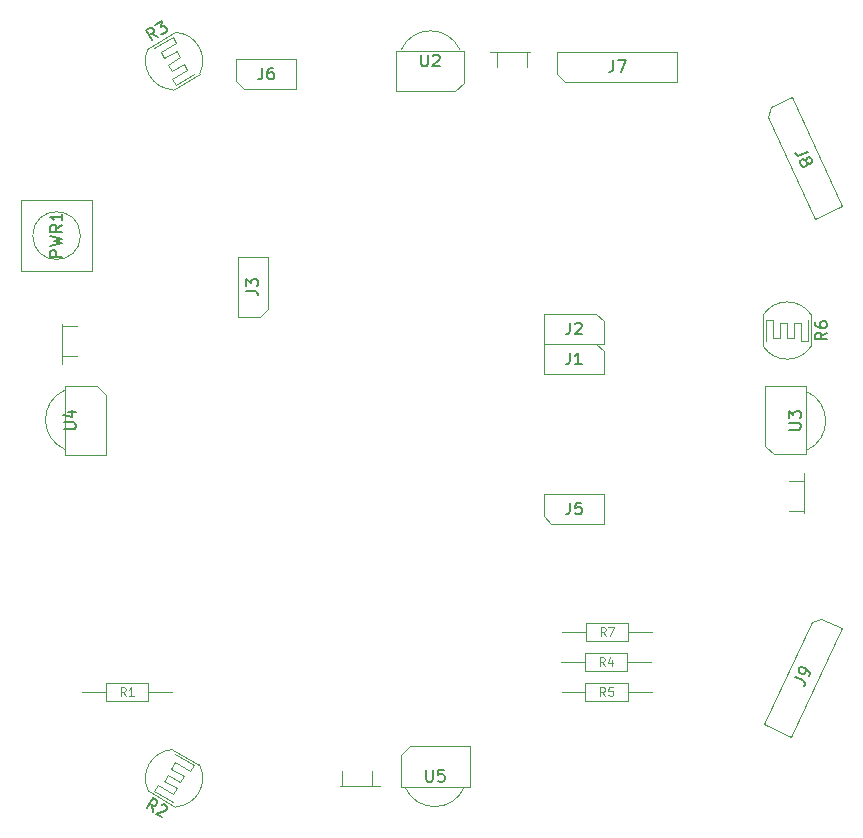
<source format=gbr>
G04 #@! TF.GenerationSoftware,KiCad,Pcbnew,7.0.11-7.0.11~ubuntu20.04.1*
G04 #@! TF.CreationDate,2024-03-27T14:10:52+00:00*
G04 #@! TF.ProjectId,Swarm-B_20230626,53776172-6d2d-4425-9f32-303233303632,rev?*
G04 #@! TF.SameCoordinates,Original*
G04 #@! TF.FileFunction,AssemblyDrawing,Top*
%FSLAX46Y46*%
G04 Gerber Fmt 4.6, Leading zero omitted, Abs format (unit mm)*
G04 Created by KiCad (PCBNEW 7.0.11-7.0.11~ubuntu20.04.1) date 2024-03-27 14:10:52*
%MOMM*%
%LPD*%
G01*
G04 APERTURE LIST*
%ADD10C,0.150000*%
%ADD11C,0.108000*%
%ADD12C,0.100000*%
G04 APERTURE END LIST*
D10*
X87620819Y-95094904D02*
X88430342Y-95094904D01*
X88430342Y-95094904D02*
X88525580Y-95047285D01*
X88525580Y-95047285D02*
X88573200Y-94999666D01*
X88573200Y-94999666D02*
X88620819Y-94904428D01*
X88620819Y-94904428D02*
X88620819Y-94713952D01*
X88620819Y-94713952D02*
X88573200Y-94618714D01*
X88573200Y-94618714D02*
X88525580Y-94571095D01*
X88525580Y-94571095D02*
X88430342Y-94523476D01*
X88430342Y-94523476D02*
X87620819Y-94523476D01*
X87954152Y-93618714D02*
X88620819Y-93618714D01*
X87573200Y-93856809D02*
X88287485Y-94094904D01*
X88287485Y-94094904D02*
X88287485Y-93475857D01*
X103048819Y-83391333D02*
X103763104Y-83391333D01*
X103763104Y-83391333D02*
X103905961Y-83438952D01*
X103905961Y-83438952D02*
X104001200Y-83534190D01*
X104001200Y-83534190D02*
X104048819Y-83677047D01*
X104048819Y-83677047D02*
X104048819Y-83772285D01*
X103048819Y-83010380D02*
X103048819Y-82391333D01*
X103048819Y-82391333D02*
X103429771Y-82724666D01*
X103429771Y-82724666D02*
X103429771Y-82581809D01*
X103429771Y-82581809D02*
X103477390Y-82486571D01*
X103477390Y-82486571D02*
X103525009Y-82438952D01*
X103525009Y-82438952D02*
X103620247Y-82391333D01*
X103620247Y-82391333D02*
X103858342Y-82391333D01*
X103858342Y-82391333D02*
X103953580Y-82438952D01*
X103953580Y-82438952D02*
X104001200Y-82486571D01*
X104001200Y-82486571D02*
X104048819Y-82581809D01*
X104048819Y-82581809D02*
X104048819Y-82867523D01*
X104048819Y-82867523D02*
X104001200Y-82962761D01*
X104001200Y-82962761D02*
X103953580Y-83010380D01*
X152218819Y-86914666D02*
X151742628Y-87247999D01*
X152218819Y-87486094D02*
X151218819Y-87486094D01*
X151218819Y-87486094D02*
X151218819Y-87105142D01*
X151218819Y-87105142D02*
X151266438Y-87009904D01*
X151266438Y-87009904D02*
X151314057Y-86962285D01*
X151314057Y-86962285D02*
X151409295Y-86914666D01*
X151409295Y-86914666D02*
X151552152Y-86914666D01*
X151552152Y-86914666D02*
X151647390Y-86962285D01*
X151647390Y-86962285D02*
X151695009Y-87009904D01*
X151695009Y-87009904D02*
X151742628Y-87105142D01*
X151742628Y-87105142D02*
X151742628Y-87486094D01*
X151218819Y-86057523D02*
X151218819Y-86247999D01*
X151218819Y-86247999D02*
X151266438Y-86343237D01*
X151266438Y-86343237D02*
X151314057Y-86390856D01*
X151314057Y-86390856D02*
X151456914Y-86486094D01*
X151456914Y-86486094D02*
X151647390Y-86533713D01*
X151647390Y-86533713D02*
X152028342Y-86533713D01*
X152028342Y-86533713D02*
X152123580Y-86486094D01*
X152123580Y-86486094D02*
X152171200Y-86438475D01*
X152171200Y-86438475D02*
X152218819Y-86343237D01*
X152218819Y-86343237D02*
X152218819Y-86152761D01*
X152218819Y-86152761D02*
X152171200Y-86057523D01*
X152171200Y-86057523D02*
X152123580Y-86009904D01*
X152123580Y-86009904D02*
X152028342Y-85962285D01*
X152028342Y-85962285D02*
X151790247Y-85962285D01*
X151790247Y-85962285D02*
X151695009Y-86009904D01*
X151695009Y-86009904D02*
X151647390Y-86057523D01*
X151647390Y-86057523D02*
X151599771Y-86152761D01*
X151599771Y-86152761D02*
X151599771Y-86343237D01*
X151599771Y-86343237D02*
X151647390Y-86438475D01*
X151647390Y-86438475D02*
X151695009Y-86486094D01*
X151695009Y-86486094D02*
X151790247Y-86533713D01*
X130476666Y-101308819D02*
X130476666Y-102023104D01*
X130476666Y-102023104D02*
X130429047Y-102165961D01*
X130429047Y-102165961D02*
X130333809Y-102261200D01*
X130333809Y-102261200D02*
X130190952Y-102308819D01*
X130190952Y-102308819D02*
X130095714Y-102308819D01*
X131429047Y-101308819D02*
X130952857Y-101308819D01*
X130952857Y-101308819D02*
X130905238Y-101785009D01*
X130905238Y-101785009D02*
X130952857Y-101737390D01*
X130952857Y-101737390D02*
X131048095Y-101689771D01*
X131048095Y-101689771D02*
X131286190Y-101689771D01*
X131286190Y-101689771D02*
X131381428Y-101737390D01*
X131381428Y-101737390D02*
X131429047Y-101785009D01*
X131429047Y-101785009D02*
X131476666Y-101880247D01*
X131476666Y-101880247D02*
X131476666Y-102118342D01*
X131476666Y-102118342D02*
X131429047Y-102213580D01*
X131429047Y-102213580D02*
X131381428Y-102261200D01*
X131381428Y-102261200D02*
X131286190Y-102308819D01*
X131286190Y-102308819D02*
X131048095Y-102308819D01*
X131048095Y-102308819D02*
X130952857Y-102261200D01*
X130952857Y-102261200D02*
X130905238Y-102213580D01*
X130476666Y-86068819D02*
X130476666Y-86783104D01*
X130476666Y-86783104D02*
X130429047Y-86925961D01*
X130429047Y-86925961D02*
X130333809Y-87021200D01*
X130333809Y-87021200D02*
X130190952Y-87068819D01*
X130190952Y-87068819D02*
X130095714Y-87068819D01*
X130905238Y-86164057D02*
X130952857Y-86116438D01*
X130952857Y-86116438D02*
X131048095Y-86068819D01*
X131048095Y-86068819D02*
X131286190Y-86068819D01*
X131286190Y-86068819D02*
X131381428Y-86116438D01*
X131381428Y-86116438D02*
X131429047Y-86164057D01*
X131429047Y-86164057D02*
X131476666Y-86259295D01*
X131476666Y-86259295D02*
X131476666Y-86354533D01*
X131476666Y-86354533D02*
X131429047Y-86497390D01*
X131429047Y-86497390D02*
X130857619Y-87068819D01*
X130857619Y-87068819D02*
X131476666Y-87068819D01*
X130476666Y-88608819D02*
X130476666Y-89323104D01*
X130476666Y-89323104D02*
X130429047Y-89465961D01*
X130429047Y-89465961D02*
X130333809Y-89561200D01*
X130333809Y-89561200D02*
X130190952Y-89608819D01*
X130190952Y-89608819D02*
X130095714Y-89608819D01*
X131476666Y-89608819D02*
X130905238Y-89608819D01*
X131190952Y-89608819D02*
X131190952Y-88608819D01*
X131190952Y-88608819D02*
X131095714Y-88751676D01*
X131095714Y-88751676D02*
X131000476Y-88846914D01*
X131000476Y-88846914D02*
X130905238Y-88894533D01*
D11*
X92844000Y-117675469D02*
X92604000Y-117332612D01*
X92432571Y-117675469D02*
X92432571Y-116955469D01*
X92432571Y-116955469D02*
X92706857Y-116955469D01*
X92706857Y-116955469D02*
X92775428Y-116989755D01*
X92775428Y-116989755D02*
X92809714Y-117024041D01*
X92809714Y-117024041D02*
X92844000Y-117092612D01*
X92844000Y-117092612D02*
X92844000Y-117195469D01*
X92844000Y-117195469D02*
X92809714Y-117264041D01*
X92809714Y-117264041D02*
X92775428Y-117298326D01*
X92775428Y-117298326D02*
X92706857Y-117332612D01*
X92706857Y-117332612D02*
X92432571Y-117332612D01*
X93529714Y-117675469D02*
X93118285Y-117675469D01*
X93324000Y-117675469D02*
X93324000Y-116955469D01*
X93324000Y-116955469D02*
X93255428Y-117058326D01*
X93255428Y-117058326D02*
X93186857Y-117126898D01*
X93186857Y-117126898D02*
X93118285Y-117161184D01*
X133454000Y-117675469D02*
X133214000Y-117332612D01*
X133042571Y-117675469D02*
X133042571Y-116955469D01*
X133042571Y-116955469D02*
X133316857Y-116955469D01*
X133316857Y-116955469D02*
X133385428Y-116989755D01*
X133385428Y-116989755D02*
X133419714Y-117024041D01*
X133419714Y-117024041D02*
X133454000Y-117092612D01*
X133454000Y-117092612D02*
X133454000Y-117195469D01*
X133454000Y-117195469D02*
X133419714Y-117264041D01*
X133419714Y-117264041D02*
X133385428Y-117298326D01*
X133385428Y-117298326D02*
X133316857Y-117332612D01*
X133316857Y-117332612D02*
X133042571Y-117332612D01*
X134105428Y-116955469D02*
X133762571Y-116955469D01*
X133762571Y-116955469D02*
X133728285Y-117298326D01*
X133728285Y-117298326D02*
X133762571Y-117264041D01*
X133762571Y-117264041D02*
X133831143Y-117229755D01*
X133831143Y-117229755D02*
X134002571Y-117229755D01*
X134002571Y-117229755D02*
X134071143Y-117264041D01*
X134071143Y-117264041D02*
X134105428Y-117298326D01*
X134105428Y-117298326D02*
X134139714Y-117366898D01*
X134139714Y-117366898D02*
X134139714Y-117538326D01*
X134139714Y-117538326D02*
X134105428Y-117606898D01*
X134105428Y-117606898D02*
X134071143Y-117641184D01*
X134071143Y-117641184D02*
X134002571Y-117675469D01*
X134002571Y-117675469D02*
X133831143Y-117675469D01*
X133831143Y-117675469D02*
X133762571Y-117641184D01*
X133762571Y-117641184D02*
X133728285Y-117606898D01*
D10*
X104428666Y-64478819D02*
X104428666Y-65193104D01*
X104428666Y-65193104D02*
X104381047Y-65335961D01*
X104381047Y-65335961D02*
X104285809Y-65431200D01*
X104285809Y-65431200D02*
X104142952Y-65478819D01*
X104142952Y-65478819D02*
X104047714Y-65478819D01*
X105333428Y-64478819D02*
X105142952Y-64478819D01*
X105142952Y-64478819D02*
X105047714Y-64526438D01*
X105047714Y-64526438D02*
X105000095Y-64574057D01*
X105000095Y-64574057D02*
X104904857Y-64716914D01*
X104904857Y-64716914D02*
X104857238Y-64907390D01*
X104857238Y-64907390D02*
X104857238Y-65288342D01*
X104857238Y-65288342D02*
X104904857Y-65383580D01*
X104904857Y-65383580D02*
X104952476Y-65431200D01*
X104952476Y-65431200D02*
X105047714Y-65478819D01*
X105047714Y-65478819D02*
X105238190Y-65478819D01*
X105238190Y-65478819D02*
X105333428Y-65431200D01*
X105333428Y-65431200D02*
X105381047Y-65383580D01*
X105381047Y-65383580D02*
X105428666Y-65288342D01*
X105428666Y-65288342D02*
X105428666Y-65050247D01*
X105428666Y-65050247D02*
X105381047Y-64955009D01*
X105381047Y-64955009D02*
X105333428Y-64907390D01*
X105333428Y-64907390D02*
X105238190Y-64859771D01*
X105238190Y-64859771D02*
X105047714Y-64859771D01*
X105047714Y-64859771D02*
X104952476Y-64907390D01*
X104952476Y-64907390D02*
X104904857Y-64955009D01*
X104904857Y-64955009D02*
X104857238Y-65050247D01*
X87458819Y-80517523D02*
X86458819Y-80517523D01*
X86458819Y-80517523D02*
X86458819Y-80136571D01*
X86458819Y-80136571D02*
X86506438Y-80041333D01*
X86506438Y-80041333D02*
X86554057Y-79993714D01*
X86554057Y-79993714D02*
X86649295Y-79946095D01*
X86649295Y-79946095D02*
X86792152Y-79946095D01*
X86792152Y-79946095D02*
X86887390Y-79993714D01*
X86887390Y-79993714D02*
X86935009Y-80041333D01*
X86935009Y-80041333D02*
X86982628Y-80136571D01*
X86982628Y-80136571D02*
X86982628Y-80517523D01*
X86458819Y-79612761D02*
X87458819Y-79374666D01*
X87458819Y-79374666D02*
X86744533Y-79184190D01*
X86744533Y-79184190D02*
X87458819Y-78993714D01*
X87458819Y-78993714D02*
X86458819Y-78755619D01*
X87458819Y-77803238D02*
X86982628Y-78136571D01*
X87458819Y-78374666D02*
X86458819Y-78374666D01*
X86458819Y-78374666D02*
X86458819Y-77993714D01*
X86458819Y-77993714D02*
X86506438Y-77898476D01*
X86506438Y-77898476D02*
X86554057Y-77850857D01*
X86554057Y-77850857D02*
X86649295Y-77803238D01*
X86649295Y-77803238D02*
X86792152Y-77803238D01*
X86792152Y-77803238D02*
X86887390Y-77850857D01*
X86887390Y-77850857D02*
X86935009Y-77898476D01*
X86935009Y-77898476D02*
X86982628Y-77993714D01*
X86982628Y-77993714D02*
X86982628Y-78374666D01*
X87458819Y-76850857D02*
X87458819Y-77422285D01*
X87458819Y-77136571D02*
X86458819Y-77136571D01*
X86458819Y-77136571D02*
X86601676Y-77231809D01*
X86601676Y-77231809D02*
X86696914Y-77327047D01*
X86696914Y-77327047D02*
X86744533Y-77422285D01*
X95587110Y-61890743D02*
X95060339Y-61645017D01*
X95092238Y-62176458D02*
X94592238Y-61310432D01*
X94592238Y-61310432D02*
X94922153Y-61119956D01*
X94922153Y-61119956D02*
X95028441Y-61113576D01*
X95028441Y-61113576D02*
X95093490Y-61131006D01*
X95093490Y-61131006D02*
X95182348Y-61189675D01*
X95182348Y-61189675D02*
X95253777Y-61313393D01*
X95253777Y-61313393D02*
X95260156Y-61419681D01*
X95260156Y-61419681D02*
X95242726Y-61484730D01*
X95242726Y-61484730D02*
X95184057Y-61573588D01*
X95184057Y-61573588D02*
X94854143Y-61764065D01*
X95375785Y-60858051D02*
X95911896Y-60548528D01*
X95911896Y-60548528D02*
X95813697Y-61045109D01*
X95813697Y-61045109D02*
X95937415Y-60973680D01*
X95937415Y-60973680D02*
X96043703Y-60967300D01*
X96043703Y-60967300D02*
X96108752Y-60984730D01*
X96108752Y-60984730D02*
X96197610Y-61043399D01*
X96197610Y-61043399D02*
X96316658Y-61249596D01*
X96316658Y-61249596D02*
X96323038Y-61355884D01*
X96323038Y-61355884D02*
X96305608Y-61420933D01*
X96305608Y-61420933D02*
X96246939Y-61509791D01*
X96246939Y-61509791D02*
X95999503Y-61652648D01*
X95999503Y-61652648D02*
X95893215Y-61659028D01*
X95893215Y-61659028D02*
X95828166Y-61641598D01*
X134150666Y-63854819D02*
X134150666Y-64569104D01*
X134150666Y-64569104D02*
X134103047Y-64711961D01*
X134103047Y-64711961D02*
X134007809Y-64807200D01*
X134007809Y-64807200D02*
X133864952Y-64854819D01*
X133864952Y-64854819D02*
X133769714Y-64854819D01*
X134531619Y-63854819D02*
X135198285Y-63854819D01*
X135198285Y-63854819D02*
X134769714Y-64854819D01*
D11*
X133484000Y-112595469D02*
X133244000Y-112252612D01*
X133072571Y-112595469D02*
X133072571Y-111875469D01*
X133072571Y-111875469D02*
X133346857Y-111875469D01*
X133346857Y-111875469D02*
X133415428Y-111909755D01*
X133415428Y-111909755D02*
X133449714Y-111944041D01*
X133449714Y-111944041D02*
X133484000Y-112012612D01*
X133484000Y-112012612D02*
X133484000Y-112115469D01*
X133484000Y-112115469D02*
X133449714Y-112184041D01*
X133449714Y-112184041D02*
X133415428Y-112218326D01*
X133415428Y-112218326D02*
X133346857Y-112252612D01*
X133346857Y-112252612D02*
X133072571Y-112252612D01*
X133724000Y-111875469D02*
X134204000Y-111875469D01*
X134204000Y-111875469D02*
X133895428Y-112595469D01*
D10*
X95126415Y-127471825D02*
X95075835Y-126892766D01*
X94631543Y-127186111D02*
X95131543Y-126320086D01*
X95131543Y-126320086D02*
X95461458Y-126510562D01*
X95461458Y-126510562D02*
X95520127Y-126599420D01*
X95520127Y-126599420D02*
X95537556Y-126664469D01*
X95537556Y-126664469D02*
X95531177Y-126770757D01*
X95531177Y-126770757D02*
X95459748Y-126894475D01*
X95459748Y-126894475D02*
X95370890Y-126953144D01*
X95370890Y-126953144D02*
X95305841Y-126970574D01*
X95305841Y-126970574D02*
X95199553Y-126964194D01*
X95199553Y-126964194D02*
X94869638Y-126773718D01*
X95908710Y-126878755D02*
X95973759Y-126861325D01*
X95973759Y-126861325D02*
X96080047Y-126867705D01*
X96080047Y-126867705D02*
X96286244Y-126986752D01*
X96286244Y-126986752D02*
X96344913Y-127075611D01*
X96344913Y-127075611D02*
X96362343Y-127140659D01*
X96362343Y-127140659D02*
X96355963Y-127246948D01*
X96355963Y-127246948D02*
X96308344Y-127329426D01*
X96308344Y-127329426D02*
X96195676Y-127429335D01*
X96195676Y-127429335D02*
X95415090Y-127638492D01*
X95415090Y-127638492D02*
X95951201Y-127948016D01*
D11*
X133414000Y-115135469D02*
X133174000Y-114792612D01*
X133002571Y-115135469D02*
X133002571Y-114415469D01*
X133002571Y-114415469D02*
X133276857Y-114415469D01*
X133276857Y-114415469D02*
X133345428Y-114449755D01*
X133345428Y-114449755D02*
X133379714Y-114484041D01*
X133379714Y-114484041D02*
X133414000Y-114552612D01*
X133414000Y-114552612D02*
X133414000Y-114655469D01*
X133414000Y-114655469D02*
X133379714Y-114724041D01*
X133379714Y-114724041D02*
X133345428Y-114758326D01*
X133345428Y-114758326D02*
X133276857Y-114792612D01*
X133276857Y-114792612D02*
X133002571Y-114792612D01*
X134031143Y-114655469D02*
X134031143Y-115135469D01*
X133859714Y-114381184D02*
X133688285Y-114895469D01*
X133688285Y-114895469D02*
X134134000Y-114895469D01*
D10*
X150597004Y-71614426D02*
X149949642Y-71916297D01*
X149949642Y-71916297D02*
X149800045Y-71933513D01*
X149800045Y-71933513D02*
X149673480Y-71887447D01*
X149673480Y-71887447D02*
X149569949Y-71778100D01*
X149569949Y-71778100D02*
X149529699Y-71691785D01*
X150470208Y-72356596D02*
X150473116Y-72250157D01*
X150473116Y-72250157D02*
X150496149Y-72186874D01*
X150496149Y-72186874D02*
X150562339Y-72103468D01*
X150562339Y-72103468D02*
X150605497Y-72083343D01*
X150605497Y-72083343D02*
X150711936Y-72086251D01*
X150711936Y-72086251D02*
X150775218Y-72109284D01*
X150775218Y-72109284D02*
X150858625Y-72175474D01*
X150858625Y-72175474D02*
X150939124Y-72348104D01*
X150939124Y-72348104D02*
X150936216Y-72454544D01*
X150936216Y-72454544D02*
X150913183Y-72517826D01*
X150913183Y-72517826D02*
X150846993Y-72601233D01*
X150846993Y-72601233D02*
X150803835Y-72621358D01*
X150803835Y-72621358D02*
X150697396Y-72618450D01*
X150697396Y-72618450D02*
X150634113Y-72595417D01*
X150634113Y-72595417D02*
X150550706Y-72529226D01*
X150550706Y-72529226D02*
X150470208Y-72356596D01*
X150470208Y-72356596D02*
X150386801Y-72290406D01*
X150386801Y-72290406D02*
X150323519Y-72267373D01*
X150323519Y-72267373D02*
X150217079Y-72264465D01*
X150217079Y-72264465D02*
X150044449Y-72344964D01*
X150044449Y-72344964D02*
X149978259Y-72428371D01*
X149978259Y-72428371D02*
X149955226Y-72491653D01*
X149955226Y-72491653D02*
X149952318Y-72598093D01*
X149952318Y-72598093D02*
X150032816Y-72770723D01*
X150032816Y-72770723D02*
X150116223Y-72836913D01*
X150116223Y-72836913D02*
X150179505Y-72859946D01*
X150179505Y-72859946D02*
X150285945Y-72862854D01*
X150285945Y-72862854D02*
X150458575Y-72782355D01*
X150458575Y-72782355D02*
X150524765Y-72698948D01*
X150524765Y-72698948D02*
X150547798Y-72635666D01*
X150547798Y-72635666D02*
X150550706Y-72529226D01*
X118287095Y-123943819D02*
X118287095Y-124753342D01*
X118287095Y-124753342D02*
X118334714Y-124848580D01*
X118334714Y-124848580D02*
X118382333Y-124896200D01*
X118382333Y-124896200D02*
X118477571Y-124943819D01*
X118477571Y-124943819D02*
X118668047Y-124943819D01*
X118668047Y-124943819D02*
X118763285Y-124896200D01*
X118763285Y-124896200D02*
X118810904Y-124848580D01*
X118810904Y-124848580D02*
X118858523Y-124753342D01*
X118858523Y-124753342D02*
X118858523Y-123943819D01*
X119810904Y-123943819D02*
X119334714Y-123943819D01*
X119334714Y-123943819D02*
X119287095Y-124420009D01*
X119287095Y-124420009D02*
X119334714Y-124372390D01*
X119334714Y-124372390D02*
X119429952Y-124324771D01*
X119429952Y-124324771D02*
X119668047Y-124324771D01*
X119668047Y-124324771D02*
X119763285Y-124372390D01*
X119763285Y-124372390D02*
X119810904Y-124420009D01*
X119810904Y-124420009D02*
X119858523Y-124515247D01*
X119858523Y-124515247D02*
X119858523Y-124753342D01*
X119858523Y-124753342D02*
X119810904Y-124848580D01*
X119810904Y-124848580D02*
X119763285Y-124896200D01*
X119763285Y-124896200D02*
X119668047Y-124943819D01*
X119668047Y-124943819D02*
X119429952Y-124943819D01*
X119429952Y-124943819D02*
X119334714Y-124896200D01*
X119334714Y-124896200D02*
X119287095Y-124848580D01*
X149558849Y-116074732D02*
X150206212Y-116376602D01*
X150206212Y-116376602D02*
X150315560Y-116480134D01*
X150315560Y-116480134D02*
X150361625Y-116606698D01*
X150361625Y-116606698D02*
X150344409Y-116756295D01*
X150344409Y-116756295D02*
X150304159Y-116842610D01*
X150686528Y-116022617D02*
X150767027Y-115849987D01*
X150767027Y-115849987D02*
X150764119Y-115743547D01*
X150764119Y-115743547D02*
X150741086Y-115680265D01*
X150741086Y-115680265D02*
X150651863Y-115533576D01*
X150651863Y-115533576D02*
X150499357Y-115409920D01*
X150499357Y-115409920D02*
X150154097Y-115248923D01*
X150154097Y-115248923D02*
X150047658Y-115251831D01*
X150047658Y-115251831D02*
X149984375Y-115274864D01*
X149984375Y-115274864D02*
X149900969Y-115341054D01*
X149900969Y-115341054D02*
X149820470Y-115513684D01*
X149820470Y-115513684D02*
X149823378Y-115620124D01*
X149823378Y-115620124D02*
X149846411Y-115683406D01*
X149846411Y-115683406D02*
X149912601Y-115766813D01*
X149912601Y-115766813D02*
X150128389Y-115867436D01*
X150128389Y-115867436D02*
X150234828Y-115864528D01*
X150234828Y-115864528D02*
X150298111Y-115841495D01*
X150298111Y-115841495D02*
X150381518Y-115775305D01*
X150381518Y-115775305D02*
X150462016Y-115602675D01*
X150462016Y-115602675D02*
X150459108Y-115496235D01*
X150459108Y-115496235D02*
X150436075Y-115432953D01*
X150436075Y-115432953D02*
X150369885Y-115349546D01*
X149009819Y-95126904D02*
X149819342Y-95126904D01*
X149819342Y-95126904D02*
X149914580Y-95079285D01*
X149914580Y-95079285D02*
X149962200Y-95031666D01*
X149962200Y-95031666D02*
X150009819Y-94936428D01*
X150009819Y-94936428D02*
X150009819Y-94745952D01*
X150009819Y-94745952D02*
X149962200Y-94650714D01*
X149962200Y-94650714D02*
X149914580Y-94603095D01*
X149914580Y-94603095D02*
X149819342Y-94555476D01*
X149819342Y-94555476D02*
X149009819Y-94555476D01*
X149009819Y-94174523D02*
X149009819Y-93555476D01*
X149009819Y-93555476D02*
X149390771Y-93888809D01*
X149390771Y-93888809D02*
X149390771Y-93745952D01*
X149390771Y-93745952D02*
X149438390Y-93650714D01*
X149438390Y-93650714D02*
X149486009Y-93603095D01*
X149486009Y-93603095D02*
X149581247Y-93555476D01*
X149581247Y-93555476D02*
X149819342Y-93555476D01*
X149819342Y-93555476D02*
X149914580Y-93603095D01*
X149914580Y-93603095D02*
X149962200Y-93650714D01*
X149962200Y-93650714D02*
X150009819Y-93745952D01*
X150009819Y-93745952D02*
X150009819Y-94031666D01*
X150009819Y-94031666D02*
X149962200Y-94126904D01*
X149962200Y-94126904D02*
X149914580Y-94174523D01*
X117867095Y-63388819D02*
X117867095Y-64198342D01*
X117867095Y-64198342D02*
X117914714Y-64293580D01*
X117914714Y-64293580D02*
X117962333Y-64341200D01*
X117962333Y-64341200D02*
X118057571Y-64388819D01*
X118057571Y-64388819D02*
X118248047Y-64388819D01*
X118248047Y-64388819D02*
X118343285Y-64341200D01*
X118343285Y-64341200D02*
X118390904Y-64293580D01*
X118390904Y-64293580D02*
X118438523Y-64198342D01*
X118438523Y-64198342D02*
X118438523Y-63388819D01*
X118867095Y-63484057D02*
X118914714Y-63436438D01*
X118914714Y-63436438D02*
X119009952Y-63388819D01*
X119009952Y-63388819D02*
X119248047Y-63388819D01*
X119248047Y-63388819D02*
X119343285Y-63436438D01*
X119343285Y-63436438D02*
X119390904Y-63484057D01*
X119390904Y-63484057D02*
X119438523Y-63579295D01*
X119438523Y-63579295D02*
X119438523Y-63674533D01*
X119438523Y-63674533D02*
X119390904Y-63817390D01*
X119390904Y-63817390D02*
X118819476Y-64388819D01*
X118819476Y-64388819D02*
X119438523Y-64388819D01*
D12*
X110974000Y-125348000D02*
X113974000Y-125348000D01*
X111204000Y-124078000D02*
X111204000Y-124078000D01*
X111204000Y-124078000D02*
X111204000Y-125348000D01*
X111204000Y-125348000D02*
X111204000Y-124078000D01*
X111204000Y-125348000D02*
X111204000Y-125348000D01*
X113744000Y-124078000D02*
X113744000Y-124078000D01*
X113744000Y-124078000D02*
X113744000Y-125348000D01*
X113744000Y-125348000D02*
X113744000Y-124078000D01*
X113744000Y-125348000D02*
X113744000Y-125348000D01*
X113974000Y-125348000D02*
X114374000Y-125348000D01*
X127064000Y-63158000D02*
X124064000Y-63158000D01*
X126834000Y-64428000D02*
X126834000Y-64428000D01*
X126834000Y-64428000D02*
X126834000Y-63158000D01*
X126834000Y-63158000D02*
X126834000Y-64428000D01*
X126834000Y-63158000D02*
X126834000Y-63158000D01*
X124294000Y-64428000D02*
X124294000Y-64428000D01*
X124294000Y-64428000D02*
X124294000Y-63158000D01*
X124294000Y-63158000D02*
X124294000Y-64428000D01*
X124294000Y-63158000D02*
X124294000Y-63158000D01*
X124064000Y-63158000D02*
X123664000Y-63158000D01*
X87444000Y-86168000D02*
X87444000Y-89168000D01*
X88714000Y-86398000D02*
X88714000Y-86398000D01*
X88714000Y-86398000D02*
X87444000Y-86398000D01*
X87444000Y-86398000D02*
X88714000Y-86398000D01*
X87444000Y-86398000D02*
X87444000Y-86398000D01*
X88714000Y-88938000D02*
X88714000Y-88938000D01*
X88714000Y-88938000D02*
X87444000Y-88938000D01*
X87444000Y-88938000D02*
X88714000Y-88938000D01*
X87444000Y-88938000D02*
X87444000Y-88938000D01*
X87444000Y-89168000D02*
X87444000Y-89568000D01*
X150274000Y-102218000D02*
X150274000Y-99218000D01*
X149004000Y-101988000D02*
X149004000Y-101988000D01*
X149004000Y-101988000D02*
X150274000Y-101988000D01*
X150274000Y-101988000D02*
X149004000Y-101988000D01*
X150274000Y-101988000D02*
X150274000Y-101988000D01*
X149004000Y-99448000D02*
X149004000Y-99448000D01*
X149004000Y-99448000D02*
X150274000Y-99448000D01*
X150274000Y-99448000D02*
X149004000Y-99448000D01*
X150274000Y-99448000D02*
X150274000Y-99448000D01*
X150274000Y-99218000D02*
X150274000Y-98818000D01*
X87744000Y-91458000D02*
X90444000Y-91458000D01*
X91194000Y-92208000D02*
X90444000Y-91458000D01*
X91194000Y-92208000D02*
X91194000Y-97258000D01*
X91194000Y-97258000D02*
X87744000Y-97258000D01*
X87744000Y-97258000D02*
X87744000Y-91458000D01*
X87672182Y-91807714D02*
G75*
G03*
X87694000Y-96798000I1121818J-2490286D01*
G01*
X104864000Y-84963000D02*
X104229000Y-85598000D01*
X104864000Y-80518000D02*
X104864000Y-84963000D01*
X104229000Y-85598000D02*
X102324000Y-85598000D01*
X102324000Y-85598000D02*
X102324000Y-80518000D01*
X102324000Y-80518000D02*
X104864000Y-80518000D01*
X150914000Y-85448000D02*
X150914000Y-88048000D01*
X150664000Y-85848000D02*
X150664000Y-87648000D01*
X147664000Y-85848000D02*
X147064000Y-85848000D01*
X147664000Y-85848000D02*
X147664000Y-87348000D01*
X147064000Y-85848000D02*
X147064000Y-87648000D01*
X150064000Y-86148000D02*
X150064000Y-87648000D01*
X149464000Y-86148000D02*
X150064000Y-86148000D01*
X148864000Y-86148000D02*
X148864000Y-87348000D01*
X148264000Y-86148000D02*
X148864000Y-86148000D01*
X149464000Y-87348000D02*
X149464000Y-86148000D01*
X149364000Y-87348000D02*
X149464000Y-87348000D01*
X148864000Y-87348000D02*
X149364000Y-87348000D01*
X148264000Y-87348000D02*
X148264000Y-86148000D01*
X147664000Y-87348000D02*
X148264000Y-87348000D01*
X150664000Y-87648000D02*
X150064000Y-87648000D01*
X146814000Y-88048000D02*
X146814000Y-85448000D01*
X150885419Y-85403989D02*
G75*
G03*
X146814000Y-85448000I-2021419J-1344011D01*
G01*
X146842581Y-88092011D02*
G75*
G03*
X150914000Y-88048000I2021419J1344011D01*
G01*
X128905000Y-103124000D02*
X128270000Y-102489000D01*
X133350000Y-103124000D02*
X128905000Y-103124000D01*
X128270000Y-102489000D02*
X128270000Y-100584000D01*
X128270000Y-100584000D02*
X133350000Y-100584000D01*
X133350000Y-100584000D02*
X133350000Y-103124000D01*
X132715000Y-85344000D02*
X133350000Y-85979000D01*
X128270000Y-85344000D02*
X132715000Y-85344000D01*
X133350000Y-85979000D02*
X133350000Y-87884000D01*
X133350000Y-87884000D02*
X128270000Y-87884000D01*
X128270000Y-87884000D02*
X128270000Y-85344000D01*
X132715000Y-87884000D02*
X133350000Y-88519000D01*
X128270000Y-87884000D02*
X132715000Y-87884000D01*
X133350000Y-88519000D02*
X133350000Y-90424000D01*
X133350000Y-90424000D02*
X128270000Y-90424000D01*
X128270000Y-90424000D02*
X128270000Y-87884000D01*
X96774000Y-117348000D02*
X94764000Y-117348000D01*
X94764000Y-118148000D02*
X94764000Y-116548000D01*
X94764000Y-116548000D02*
X91164000Y-116548000D01*
X91164000Y-118148000D02*
X94764000Y-118148000D01*
X91164000Y-116548000D02*
X91164000Y-118148000D01*
X89154000Y-117348000D02*
X91164000Y-117348000D01*
X129764000Y-117348000D02*
X131774000Y-117348000D01*
X131774000Y-116548000D02*
X131774000Y-118148000D01*
X131774000Y-118148000D02*
X135374000Y-118148000D01*
X135374000Y-116548000D02*
X131774000Y-116548000D01*
X135374000Y-118148000D02*
X135374000Y-116548000D01*
X137384000Y-117348000D02*
X135374000Y-117348000D01*
X102857000Y-66294000D02*
X102222000Y-65659000D01*
X107302000Y-66294000D02*
X102857000Y-66294000D01*
X102222000Y-65659000D02*
X102222000Y-63754000D01*
X102222000Y-63754000D02*
X107302000Y-63754000D01*
X107302000Y-63754000D02*
X107302000Y-66294000D01*
X84004000Y-81708000D02*
X84004000Y-78708000D01*
X90004000Y-81708000D02*
X84004000Y-81708000D01*
X84004000Y-78708000D02*
X84004000Y-75708000D01*
X84004000Y-75708000D02*
X90004000Y-75708000D01*
X90004000Y-75708000D02*
X90004000Y-81708000D01*
X89019564Y-78708000D02*
G75*
G03*
X84988436Y-78708000I-2015564J0D01*
G01*
X84988436Y-78708000D02*
G75*
G03*
X89019564Y-78708000I2015564J0D01*
G01*
X94803205Y-62799648D02*
X97054871Y-61499648D01*
X95274615Y-62816154D02*
X96833461Y-61916154D01*
X96774615Y-65414230D02*
X97074615Y-65933846D01*
X96774615Y-65414230D02*
X98073653Y-64664230D01*
X97074615Y-65933846D02*
X98633461Y-65033846D01*
X95834423Y-63185770D02*
X97133461Y-62435770D01*
X96134423Y-63705385D02*
X95834423Y-63185770D01*
X96434423Y-64225000D02*
X97473653Y-63625000D01*
X96734423Y-64744615D02*
X96434423Y-64225000D01*
X97173653Y-63105385D02*
X96134423Y-63705385D01*
X97223653Y-63191987D02*
X97173653Y-63105385D01*
X97473653Y-63625000D02*
X97223653Y-63191987D01*
X97773653Y-64144615D02*
X96734423Y-64744615D01*
X98073653Y-64664230D02*
X97773653Y-64144615D01*
X96833461Y-61916154D02*
X97133461Y-62435770D01*
X99104871Y-65050352D02*
X96853205Y-66350352D01*
X94779381Y-62846405D02*
G75*
G03*
X96853205Y-66350352I2174657J-1078595D01*
G01*
X99128695Y-65003595D02*
G75*
G03*
X97054871Y-61499648I-2174657J1078595D01*
G01*
X130039000Y-65670000D02*
X129404000Y-65035000D01*
X139564000Y-65670000D02*
X130039000Y-65670000D01*
X129404000Y-65035000D02*
X129404000Y-63130000D01*
X129404000Y-63130000D02*
X139564000Y-63130000D01*
X139564000Y-63130000D02*
X139564000Y-65670000D01*
X137414000Y-112268000D02*
X135404000Y-112268000D01*
X135404000Y-113068000D02*
X135404000Y-111468000D01*
X135404000Y-111468000D02*
X131804000Y-111468000D01*
X131804000Y-113068000D02*
X135404000Y-113068000D01*
X131804000Y-111468000D02*
X131804000Y-113068000D01*
X129794000Y-112268000D02*
X131804000Y-112268000D01*
X97048995Y-127075152D02*
X94797329Y-125775152D01*
X96827585Y-126658646D02*
X95268739Y-125758646D01*
X98327585Y-124060570D02*
X98627585Y-123540954D01*
X98327585Y-124060570D02*
X97028547Y-123310570D01*
X98627585Y-123540954D02*
X97068739Y-122640954D01*
X96867777Y-125989030D02*
X95568739Y-125239030D01*
X97167777Y-125469415D02*
X96867777Y-125989030D01*
X97467777Y-124949800D02*
X96428547Y-124349800D01*
X97767777Y-124430185D02*
X97467777Y-124949800D01*
X96128547Y-124869415D02*
X97167777Y-125469415D01*
X96178547Y-124782813D02*
X96128547Y-124869415D01*
X96428547Y-124349800D02*
X96178547Y-124782813D01*
X96728547Y-123830185D02*
X97767777Y-124430185D01*
X97028547Y-123310570D02*
X96728547Y-123830185D01*
X95268739Y-125758646D02*
X95568739Y-125239030D01*
X96847329Y-122224448D02*
X99098995Y-123524448D01*
X97101400Y-127072405D02*
G75*
G03*
X99098995Y-123524448I-153238J2422605D01*
G01*
X96794924Y-122227195D02*
G75*
G03*
X94797329Y-125775152I153238J-2422605D01*
G01*
X137344000Y-114808000D02*
X135334000Y-114808000D01*
X135334000Y-115608000D02*
X135334000Y-114008000D01*
X135334000Y-114008000D02*
X131734000Y-114008000D01*
X131734000Y-115608000D02*
X135334000Y-115608000D01*
X131734000Y-114008000D02*
X131734000Y-115608000D01*
X129724000Y-114808000D02*
X131734000Y-114808000D01*
X147214227Y-68655120D02*
X147521369Y-67811252D01*
X151239665Y-77287701D02*
X147214227Y-68655120D01*
X147521369Y-67811252D02*
X149247886Y-67006164D01*
X149247886Y-67006164D02*
X153541687Y-76214251D01*
X153541687Y-76214251D02*
X151239665Y-77287701D01*
X116174000Y-125373000D02*
X116174000Y-122673000D01*
X116924000Y-121923000D02*
X116174000Y-122673000D01*
X116924000Y-121923000D02*
X121974000Y-121923000D01*
X121974000Y-121923000D02*
X121974000Y-125373000D01*
X121974000Y-125373000D02*
X116174000Y-125373000D01*
X116523714Y-125444818D02*
G75*
G03*
X121514000Y-125423000I2490286J1121818D01*
G01*
X150921352Y-111437769D02*
X151765220Y-111130627D01*
X146895913Y-120070351D02*
X150921352Y-111437769D01*
X151765220Y-111130627D02*
X153491736Y-111935714D01*
X153491736Y-111935714D02*
X149197935Y-121143801D01*
X149197935Y-121143801D02*
X146895913Y-120070351D01*
X150439000Y-97240000D02*
X147739000Y-97240000D01*
X146989000Y-96490000D02*
X147739000Y-97240000D01*
X146989000Y-96490000D02*
X146989000Y-91440000D01*
X146989000Y-91440000D02*
X150439000Y-91440000D01*
X150439000Y-91440000D02*
X150439000Y-97240000D01*
X150510818Y-96890286D02*
G75*
G03*
X150489000Y-91900000I-1121818J2490286D01*
G01*
X121504000Y-63050000D02*
X121504000Y-65750000D01*
X120754000Y-66500000D02*
X121504000Y-65750000D01*
X120754000Y-66500000D02*
X115704000Y-66500000D01*
X115704000Y-66500000D02*
X115704000Y-63050000D01*
X115704000Y-63050000D02*
X121504000Y-63050000D01*
X121154286Y-62978182D02*
G75*
G03*
X116164000Y-63000000I-2490286J-1121818D01*
G01*
M02*

</source>
